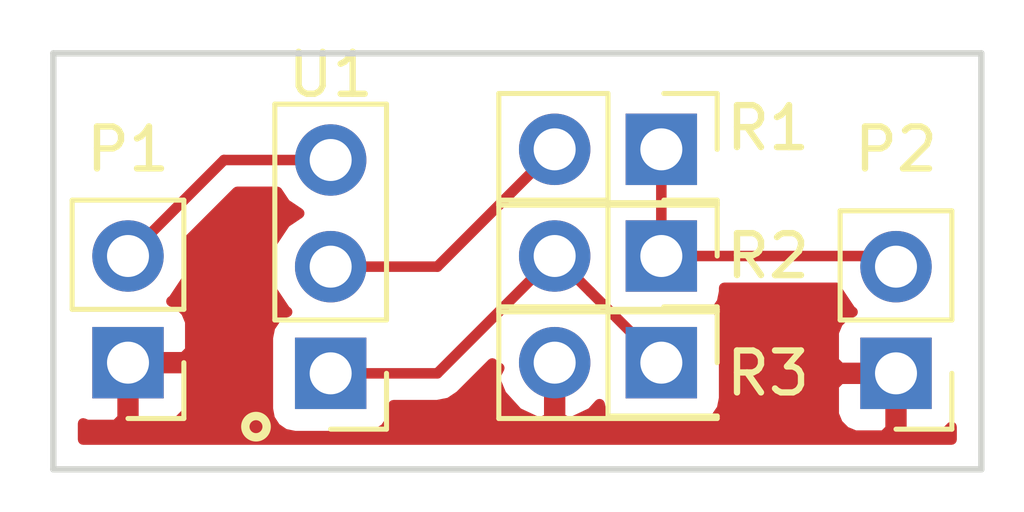
<source format=kicad_pcb>
(kicad_pcb (version 4) (host pcbnew 4.0.5)

  (general
    (links 8)
    (no_connects 8)
    (area 0 0 0 0)
    (thickness 1.6)
    (drawings 5)
    (tracks 11)
    (zones 0)
    (modules 6)
    (nets 6)
  )

  (page A4)
  (layers
    (0 F.Cu signal)
    (31 B.Cu signal)
    (32 B.Adhes user)
    (33 F.Adhes user)
    (34 B.Paste user)
    (35 F.Paste user)
    (36 B.SilkS user)
    (37 F.SilkS user)
    (38 B.Mask user)
    (39 F.Mask user)
    (40 Dwgs.User user)
    (41 Cmts.User user)
    (42 Eco1.User user)
    (43 Eco2.User user)
    (44 Edge.Cuts user)
    (45 Margin user)
    (46 B.CrtYd user)
    (47 F.CrtYd user)
    (48 B.Fab user)
    (49 F.Fab user hide)
  )

  (setup
    (last_trace_width 0.25)
    (trace_clearance 0.2)
    (zone_clearance 0.508)
    (zone_45_only no)
    (trace_min 0.2)
    (segment_width 0.2)
    (edge_width 0.15)
    (via_size 0.6)
    (via_drill 0.4)
    (via_min_size 0.4)
    (via_min_drill 0.3)
    (uvia_size 0.3)
    (uvia_drill 0.1)
    (uvias_allowed no)
    (uvia_min_size 0.2)
    (uvia_min_drill 0.1)
    (pcb_text_width 0.3)
    (pcb_text_size 1.5 1.5)
    (mod_edge_width 0.15)
    (mod_text_size 1 1)
    (mod_text_width 0.15)
    (pad_size 1.524 1.524)
    (pad_drill 0.762)
    (pad_to_mask_clearance 0.2)
    (aux_axis_origin 0 0)
    (visible_elements 7FFFFFFF)
    (pcbplotparams
      (layerselection 0x00030_80000001)
      (usegerberextensions false)
      (excludeedgelayer true)
      (linewidth 0.100000)
      (plotframeref false)
      (viasonmask false)
      (mode 1)
      (useauxorigin false)
      (hpglpennumber 1)
      (hpglpenspeed 20)
      (hpglpendiameter 15)
      (hpglpenoverlay 2)
      (psnegative false)
      (psa4output false)
      (plotreference true)
      (plotvalue true)
      (plotinvisibletext false)
      (padsonsilk false)
      (subtractmaskfromsilk false)
      (outputformat 1)
      (mirror false)
      (drillshape 1)
      (scaleselection 1)
      (outputdirectory ""))
  )

  (net 0 "")
  (net 1 GND)
  (net 2 VIN)
  (net 3 VOUT)
  (net 4 "Net-(R1-Pad2)")
  (net 5 "Net-(R2-Pad2)")

  (net_class Default "This is the default net class."
    (clearance 0.2)
    (trace_width 0.25)
    (via_dia 0.6)
    (via_drill 0.4)
    (uvia_dia 0.3)
    (uvia_drill 0.1)
    (add_net GND)
    (add_net "Net-(R1-Pad2)")
    (add_net "Net-(R2-Pad2)")
    (add_net VIN)
    (add_net VOUT)
  )

  (module Pin_Headers:Pin_Header_Straight_1x02_Pitch2.54mm (layer F.Cu) (tedit 5A3C1ECA) (tstamp 5A3C162A)
    (at 152.654 123.444 180)
    (descr "Through hole straight pin header, 1x02, 2.54mm pitch, single row")
    (tags "Through hole pin header THT 1x02 2.54mm single row")
    (path /5A3C1633)
    (fp_text reference P1 (at 0 5.08 180) (layer F.SilkS)
      (effects (font (size 1 1) (thickness 0.15)))
    )
    (fp_text value CONN_01X02 (at 0 4.87 180) (layer F.Fab)
      (effects (font (size 1 1) (thickness 0.15)))
    )
    (fp_line (start -0.635 -1.27) (end 1.27 -1.27) (layer F.Fab) (width 0.1))
    (fp_line (start 1.27 -1.27) (end 1.27 3.81) (layer F.Fab) (width 0.1))
    (fp_line (start 1.27 3.81) (end -1.27 3.81) (layer F.Fab) (width 0.1))
    (fp_line (start -1.27 3.81) (end -1.27 -0.635) (layer F.Fab) (width 0.1))
    (fp_line (start -1.27 -0.635) (end -0.635 -1.27) (layer F.Fab) (width 0.1))
    (fp_line (start -1.33 3.87) (end 1.33 3.87) (layer F.SilkS) (width 0.12))
    (fp_line (start -1.33 1.27) (end -1.33 3.87) (layer F.SilkS) (width 0.12))
    (fp_line (start 1.33 1.27) (end 1.33 3.87) (layer F.SilkS) (width 0.12))
    (fp_line (start -1.33 1.27) (end 1.33 1.27) (layer F.SilkS) (width 0.12))
    (fp_line (start -1.33 0) (end -1.33 -1.33) (layer F.SilkS) (width 0.12))
    (fp_line (start -1.33 -1.33) (end 0 -1.33) (layer F.SilkS) (width 0.12))
    (fp_line (start -1.8 -1.8) (end -1.8 4.35) (layer F.CrtYd) (width 0.05))
    (fp_line (start -1.8 4.35) (end 1.8 4.35) (layer F.CrtYd) (width 0.05))
    (fp_line (start 1.8 4.35) (end 1.8 -1.8) (layer F.CrtYd) (width 0.05))
    (fp_line (start 1.8 -1.8) (end -1.8 -1.8) (layer F.CrtYd) (width 0.05))
    (fp_text user %R (at 0 1.27 270) (layer F.Fab)
      (effects (font (size 1 1) (thickness 0.15)))
    )
    (pad 1 thru_hole rect (at 0 0 180) (size 1.7 1.7) (drill 1) (layers *.Cu *.Mask)
      (net 1 GND))
    (pad 2 thru_hole oval (at 0 2.54 180) (size 1.7 1.7) (drill 1) (layers *.Cu *.Mask)
      (net 2 VIN))
    (model ${KISYS3DMOD}/Pin_Headers.3dshapes/Pin_Header_Straight_1x02_Pitch2.54mm.wrl
      (at (xyz 0 0 0))
      (scale (xyz 1 1 1))
      (rotate (xyz 0 0 0))
    )
  )

  (module Pin_Headers:Pin_Header_Straight_1x02_Pitch2.54mm (layer F.Cu) (tedit 5A3C1ED7) (tstamp 5A3C1630)
    (at 170.942 123.698 180)
    (descr "Through hole straight pin header, 1x02, 2.54mm pitch, single row")
    (tags "Through hole pin header THT 1x02 2.54mm single row")
    (path /5A3C15AC)
    (fp_text reference P2 (at 0 5.334 180) (layer F.SilkS)
      (effects (font (size 1 1) (thickness 0.15)))
    )
    (fp_text value CONN_01X02 (at 0 4.87 180) (layer F.Fab)
      (effects (font (size 1 1) (thickness 0.15)))
    )
    (fp_line (start -0.635 -1.27) (end 1.27 -1.27) (layer F.Fab) (width 0.1))
    (fp_line (start 1.27 -1.27) (end 1.27 3.81) (layer F.Fab) (width 0.1))
    (fp_line (start 1.27 3.81) (end -1.27 3.81) (layer F.Fab) (width 0.1))
    (fp_line (start -1.27 3.81) (end -1.27 -0.635) (layer F.Fab) (width 0.1))
    (fp_line (start -1.27 -0.635) (end -0.635 -1.27) (layer F.Fab) (width 0.1))
    (fp_line (start -1.33 3.87) (end 1.33 3.87) (layer F.SilkS) (width 0.12))
    (fp_line (start -1.33 1.27) (end -1.33 3.87) (layer F.SilkS) (width 0.12))
    (fp_line (start 1.33 1.27) (end 1.33 3.87) (layer F.SilkS) (width 0.12))
    (fp_line (start -1.33 1.27) (end 1.33 1.27) (layer F.SilkS) (width 0.12))
    (fp_line (start -1.33 0) (end -1.33 -1.33) (layer F.SilkS) (width 0.12))
    (fp_line (start -1.33 -1.33) (end 0 -1.33) (layer F.SilkS) (width 0.12))
    (fp_line (start -1.8 -1.8) (end -1.8 4.35) (layer F.CrtYd) (width 0.05))
    (fp_line (start -1.8 4.35) (end 1.8 4.35) (layer F.CrtYd) (width 0.05))
    (fp_line (start 1.8 4.35) (end 1.8 -1.8) (layer F.CrtYd) (width 0.05))
    (fp_line (start 1.8 -1.8) (end -1.8 -1.8) (layer F.CrtYd) (width 0.05))
    (fp_text user %R (at 0 1.27 270) (layer F.Fab)
      (effects (font (size 1 1) (thickness 0.15)))
    )
    (pad 1 thru_hole rect (at 0 0 180) (size 1.7 1.7) (drill 1) (layers *.Cu *.Mask)
      (net 1 GND))
    (pad 2 thru_hole oval (at 0 2.54 180) (size 1.7 1.7) (drill 1) (layers *.Cu *.Mask)
      (net 3 VOUT))
    (model ${KISYS3DMOD}/Pin_Headers.3dshapes/Pin_Header_Straight_1x02_Pitch2.54mm.wrl
      (at (xyz 0 0 0))
      (scale (xyz 1 1 1))
      (rotate (xyz 0 0 0))
    )
  )

  (module Socket_Strips:Socket_Strip_Straight_2x01_Pitch2.54mm (layer F.Cu) (tedit 5A3C1E5B) (tstamp 5A3C1636)
    (at 165.354 118.364)
    (descr "Through hole straight socket strip, 2x01, 2.54mm pitch, double rows")
    (tags "Through hole socket strip THT 2x01 2.54mm double row")
    (path /5A3C13AC)
    (fp_text reference R1 (at 2.54 -0.508) (layer F.SilkS)
      (effects (font (size 1 1) (thickness 0.15)))
    )
    (fp_text value R (at -1.27 2.33) (layer F.Fab)
      (effects (font (size 1 1) (thickness 0.15)))
    )
    (fp_line (start -3.81 -1.27) (end -3.81 1.27) (layer F.Fab) (width 0.1))
    (fp_line (start -3.81 1.27) (end 1.27 1.27) (layer F.Fab) (width 0.1))
    (fp_line (start 1.27 1.27) (end 1.27 -1.27) (layer F.Fab) (width 0.1))
    (fp_line (start 1.27 -1.27) (end -3.81 -1.27) (layer F.Fab) (width 0.1))
    (fp_line (start 1.33 1.27) (end 1.33 1.33) (layer F.SilkS) (width 0.12))
    (fp_line (start 1.33 1.33) (end -3.87 1.33) (layer F.SilkS) (width 0.12))
    (fp_line (start -3.87 1.33) (end -3.87 -1.33) (layer F.SilkS) (width 0.12))
    (fp_line (start -3.87 -1.33) (end -1.27 -1.33) (layer F.SilkS) (width 0.12))
    (fp_line (start -1.27 -1.33) (end -1.27 1.27) (layer F.SilkS) (width 0.12))
    (fp_line (start -1.27 1.27) (end 1.33 1.27) (layer F.SilkS) (width 0.12))
    (fp_line (start 1.33 0) (end 1.33 -1.33) (layer F.SilkS) (width 0.12))
    (fp_line (start 1.33 -1.33) (end 0.06 -1.33) (layer F.SilkS) (width 0.12))
    (fp_line (start -4.35 -1.8) (end -4.35 1.8) (layer F.CrtYd) (width 0.05))
    (fp_line (start -4.35 1.8) (end 1.8 1.8) (layer F.CrtYd) (width 0.05))
    (fp_line (start 1.8 1.8) (end 1.8 -1.8) (layer F.CrtYd) (width 0.05))
    (fp_line (start 1.8 -1.8) (end -4.35 -1.8) (layer F.CrtYd) (width 0.05))
    (fp_text user %R (at -1.27 -2.33) (layer F.Fab)
      (effects (font (size 1 1) (thickness 0.15)))
    )
    (pad 1 thru_hole rect (at 0 0) (size 1.7 1.7) (drill 1) (layers *.Cu *.Mask)
      (net 3 VOUT))
    (pad 2 thru_hole oval (at -2.54 0) (size 1.7 1.7) (drill 1) (layers *.Cu *.Mask)
      (net 4 "Net-(R1-Pad2)"))
    (model ${KISYS3DMOD}/Socket_Strips.3dshapes/Socket_Strip_Straight_2x01_Pitch2.54mm.wrl
      (at (xyz -0.05 0 0))
      (scale (xyz 1 1 1))
      (rotate (xyz 0 0 270))
    )
  )

  (module Socket_Strips:Socket_Strip_Straight_2x01_Pitch2.54mm (layer F.Cu) (tedit 5A3C1E64) (tstamp 5A3C163C)
    (at 165.354 120.904)
    (descr "Through hole straight socket strip, 2x01, 2.54mm pitch, double rows")
    (tags "Through hole socket strip THT 2x01 2.54mm double row")
    (path /5A3C143C)
    (fp_text reference R2 (at 2.54 0) (layer F.SilkS)
      (effects (font (size 1 1) (thickness 0.15)))
    )
    (fp_text value R (at -1.27 2.33) (layer F.Fab)
      (effects (font (size 1 1) (thickness 0.15)))
    )
    (fp_line (start -3.81 -1.27) (end -3.81 1.27) (layer F.Fab) (width 0.1))
    (fp_line (start -3.81 1.27) (end 1.27 1.27) (layer F.Fab) (width 0.1))
    (fp_line (start 1.27 1.27) (end 1.27 -1.27) (layer F.Fab) (width 0.1))
    (fp_line (start 1.27 -1.27) (end -3.81 -1.27) (layer F.Fab) (width 0.1))
    (fp_line (start 1.33 1.27) (end 1.33 1.33) (layer F.SilkS) (width 0.12))
    (fp_line (start 1.33 1.33) (end -3.87 1.33) (layer F.SilkS) (width 0.12))
    (fp_line (start -3.87 1.33) (end -3.87 -1.33) (layer F.SilkS) (width 0.12))
    (fp_line (start -3.87 -1.33) (end -1.27 -1.33) (layer F.SilkS) (width 0.12))
    (fp_line (start -1.27 -1.33) (end -1.27 1.27) (layer F.SilkS) (width 0.12))
    (fp_line (start -1.27 1.27) (end 1.33 1.27) (layer F.SilkS) (width 0.12))
    (fp_line (start 1.33 0) (end 1.33 -1.33) (layer F.SilkS) (width 0.12))
    (fp_line (start 1.33 -1.33) (end 0.06 -1.33) (layer F.SilkS) (width 0.12))
    (fp_line (start -4.35 -1.8) (end -4.35 1.8) (layer F.CrtYd) (width 0.05))
    (fp_line (start -4.35 1.8) (end 1.8 1.8) (layer F.CrtYd) (width 0.05))
    (fp_line (start 1.8 1.8) (end 1.8 -1.8) (layer F.CrtYd) (width 0.05))
    (fp_line (start 1.8 -1.8) (end -4.35 -1.8) (layer F.CrtYd) (width 0.05))
    (fp_text user %R (at -1.27 -2.33) (layer F.Fab)
      (effects (font (size 1 1) (thickness 0.15)))
    )
    (pad 1 thru_hole rect (at 0 0) (size 1.7 1.7) (drill 1) (layers *.Cu *.Mask)
      (net 3 VOUT))
    (pad 2 thru_hole oval (at -2.54 0) (size 1.7 1.7) (drill 1) (layers *.Cu *.Mask)
      (net 5 "Net-(R2-Pad2)"))
    (model ${KISYS3DMOD}/Socket_Strips.3dshapes/Socket_Strip_Straight_2x01_Pitch2.54mm.wrl
      (at (xyz -0.05 0 0))
      (scale (xyz 1 1 1))
      (rotate (xyz 0 0 270))
    )
  )

  (module Socket_Strips:Socket_Strip_Straight_2x01_Pitch2.54mm (layer F.Cu) (tedit 5A3C1E70) (tstamp 5A3C1642)
    (at 165.354 123.444)
    (descr "Through hole straight socket strip, 2x01, 2.54mm pitch, double rows")
    (tags "Through hole socket strip THT 2x01 2.54mm double row")
    (path /5A3C140B)
    (fp_text reference R3 (at 2.54 0.254) (layer F.SilkS)
      (effects (font (size 1 1) (thickness 0.15)))
    )
    (fp_text value R (at -1.27 2.33) (layer F.Fab)
      (effects (font (size 1 1) (thickness 0.15)))
    )
    (fp_line (start -3.81 -1.27) (end -3.81 1.27) (layer F.Fab) (width 0.1))
    (fp_line (start -3.81 1.27) (end 1.27 1.27) (layer F.Fab) (width 0.1))
    (fp_line (start 1.27 1.27) (end 1.27 -1.27) (layer F.Fab) (width 0.1))
    (fp_line (start 1.27 -1.27) (end -3.81 -1.27) (layer F.Fab) (width 0.1))
    (fp_line (start 1.33 1.27) (end 1.33 1.33) (layer F.SilkS) (width 0.12))
    (fp_line (start 1.33 1.33) (end -3.87 1.33) (layer F.SilkS) (width 0.12))
    (fp_line (start -3.87 1.33) (end -3.87 -1.33) (layer F.SilkS) (width 0.12))
    (fp_line (start -3.87 -1.33) (end -1.27 -1.33) (layer F.SilkS) (width 0.12))
    (fp_line (start -1.27 -1.33) (end -1.27 1.27) (layer F.SilkS) (width 0.12))
    (fp_line (start -1.27 1.27) (end 1.33 1.27) (layer F.SilkS) (width 0.12))
    (fp_line (start 1.33 0) (end 1.33 -1.33) (layer F.SilkS) (width 0.12))
    (fp_line (start 1.33 -1.33) (end 0.06 -1.33) (layer F.SilkS) (width 0.12))
    (fp_line (start -4.35 -1.8) (end -4.35 1.8) (layer F.CrtYd) (width 0.05))
    (fp_line (start -4.35 1.8) (end 1.8 1.8) (layer F.CrtYd) (width 0.05))
    (fp_line (start 1.8 1.8) (end 1.8 -1.8) (layer F.CrtYd) (width 0.05))
    (fp_line (start 1.8 -1.8) (end -4.35 -1.8) (layer F.CrtYd) (width 0.05))
    (fp_text user %R (at -1.27 -2.33) (layer F.Fab)
      (effects (font (size 1 1) (thickness 0.15)))
    )
    (pad 1 thru_hole rect (at 0 0) (size 1.7 1.7) (drill 1) (layers *.Cu *.Mask)
      (net 5 "Net-(R2-Pad2)"))
    (pad 2 thru_hole oval (at -2.54 0) (size 1.7 1.7) (drill 1) (layers *.Cu *.Mask)
      (net 1 GND))
    (model ${KISYS3DMOD}/Socket_Strips.3dshapes/Socket_Strip_Straight_2x01_Pitch2.54mm.wrl
      (at (xyz -0.05 0 0))
      (scale (xyz 1 1 1))
      (rotate (xyz 0 0 270))
    )
  )

  (module Socket_Strips:Socket_Strip_Straight_1x03_Pitch2.54mm (layer F.Cu) (tedit 5A3C1EF3) (tstamp 5A3C1649)
    (at 157.48 123.698 180)
    (descr "Through hole straight socket strip, 1x03, 2.54mm pitch, single row")
    (tags "Through hole socket strip THT 1x03 2.54mm single row")
    (path /5A3C1F34)
    (fp_text reference U1 (at 0 7.112 180) (layer F.SilkS)
      (effects (font (size 1 1) (thickness 0.15)))
    )
    (fp_text value LM317 (at 0 7.41 180) (layer F.Fab)
      (effects (font (size 1 1) (thickness 0.15)))
    )
    (fp_line (start -1.27 -1.27) (end -1.27 6.35) (layer F.Fab) (width 0.1))
    (fp_line (start -1.27 6.35) (end 1.27 6.35) (layer F.Fab) (width 0.1))
    (fp_line (start 1.27 6.35) (end 1.27 -1.27) (layer F.Fab) (width 0.1))
    (fp_line (start 1.27 -1.27) (end -1.27 -1.27) (layer F.Fab) (width 0.1))
    (fp_line (start -1.33 1.27) (end -1.33 6.41) (layer F.SilkS) (width 0.12))
    (fp_line (start -1.33 6.41) (end 1.33 6.41) (layer F.SilkS) (width 0.12))
    (fp_line (start 1.33 6.41) (end 1.33 1.27) (layer F.SilkS) (width 0.12))
    (fp_line (start 1.33 1.27) (end -1.33 1.27) (layer F.SilkS) (width 0.12))
    (fp_line (start -1.33 0) (end -1.33 -1.33) (layer F.SilkS) (width 0.12))
    (fp_line (start -1.33 -1.33) (end 0 -1.33) (layer F.SilkS) (width 0.12))
    (fp_line (start -1.8 -1.8) (end -1.8 6.85) (layer F.CrtYd) (width 0.05))
    (fp_line (start -1.8 6.85) (end 1.8 6.85) (layer F.CrtYd) (width 0.05))
    (fp_line (start 1.8 6.85) (end 1.8 -1.8) (layer F.CrtYd) (width 0.05))
    (fp_line (start 1.8 -1.8) (end -1.8 -1.8) (layer F.CrtYd) (width 0.05))
    (fp_text user %R (at 0 -2.33 180) (layer F.Fab)
      (effects (font (size 1 1) (thickness 0.15)))
    )
    (pad 1 thru_hole rect (at 0 0 180) (size 1.7 1.7) (drill 1) (layers *.Cu *.Mask)
      (net 5 "Net-(R2-Pad2)"))
    (pad 2 thru_hole oval (at 0 2.54 180) (size 1.7 1.7) (drill 1) (layers *.Cu *.Mask)
      (net 4 "Net-(R1-Pad2)"))
    (pad 3 thru_hole oval (at 0 5.08 180) (size 1.7 1.7) (drill 1) (layers *.Cu *.Mask)
      (net 2 VIN))
    (model ${KISYS3DMOD}/Socket_Strips.3dshapes/Socket_Strip_Straight_1x03_Pitch2.54mm.wrl
      (at (xyz 0 -0.1 0))
      (scale (xyz 1 1 1))
      (rotate (xyz 0 0 270))
    )
  )

  (gr_circle (center 155.702 124.968) (end 155.956 124.968) (layer F.SilkS) (width 0.2))
  (gr_line (start 172.974 125.984) (end 150.876 125.984) (angle 90) (layer Edge.Cuts) (width 0.15))
  (gr_line (start 150.876 116.078) (end 150.876 125.984) (angle 90) (layer Edge.Cuts) (width 0.15))
  (gr_line (start 172.974 116.078) (end 150.876 116.078) (angle 90) (layer Edge.Cuts) (width 0.15))
  (gr_line (start 172.974 125.984) (end 172.974 116.078) (angle 90) (layer Edge.Cuts) (width 0.15))

  (segment (start 152.654 120.904) (end 154.94 118.618) (width 0.25) (layer F.Cu) (net 2))
  (segment (start 154.94 118.618) (end 157.48 118.618) (width 0.25) (layer F.Cu) (net 2))
  (segment (start 165.354 120.904) (end 170.688 120.904) (width 0.25) (layer F.Cu) (net 3))
  (segment (start 170.688 120.904) (end 170.942 121.158) (width 0.25) (layer F.Cu) (net 3))
  (segment (start 165.354 118.364) (end 165.354 120.904) (width 0.25) (layer F.Cu) (net 3))
  (segment (start 157.48 121.158) (end 160.02 121.158) (width 0.25) (layer F.Cu) (net 4))
  (segment (start 160.02 121.158) (end 162.814 118.364) (width 0.25) (layer F.Cu) (net 4))
  (segment (start 162.814 120.904) (end 163.663999 121.753999) (width 0.25) (layer F.Cu) (net 5))
  (segment (start 163.663999 121.753999) (end 165.354 123.444) (width 0.25) (layer F.Cu) (net 5))
  (segment (start 157.48 123.698) (end 160.02 123.698) (width 0.25) (layer F.Cu) (net 5))
  (segment (start 160.02 123.698) (end 162.814 120.904) (width 0.25) (layer F.Cu) (net 5))

  (zone (net 1) (net_name GND) (layer F.Cu) (tstamp 0) (hatch edge 0.508)
    (connect_pads (clearance 0.508))
    (min_thickness 0.254)
    (fill yes (arc_segments 16) (thermal_gap 0.508) (thermal_bridge_width 0.508))
    (polygon
      (pts
        (xy 149.606 114.808) (xy 149.86 127) (xy 173.99 126.746) (xy 173.99 114.808)
      )
    )
    (filled_polygon
      (pts
        (xy 156.400853 119.668054) (xy 156.730026 119.888) (xy 156.400853 120.107946) (xy 156.078946 120.589715) (xy 155.965907 121.158)
        (xy 156.078946 121.726285) (xy 156.400853 122.208054) (xy 156.442452 122.23585) (xy 156.394683 122.244838) (xy 156.178559 122.38391)
        (xy 156.033569 122.59611) (xy 155.98256 122.848) (xy 155.98256 124.548) (xy 156.026838 124.783317) (xy 156.16591 124.999441)
        (xy 156.37811 125.144431) (xy 156.63 125.19544) (xy 158.33 125.19544) (xy 158.565317 125.151162) (xy 158.781441 125.01209)
        (xy 158.926431 124.79989) (xy 158.97744 124.548) (xy 158.97744 124.458) (xy 160.02 124.458) (xy 160.310839 124.400148)
        (xy 160.557401 124.235401) (xy 161.329 123.463802) (xy 161.329 123.571002) (xy 161.493844 123.571002) (xy 161.372524 123.80089)
        (xy 161.542355 124.210924) (xy 161.932642 124.639183) (xy 162.457108 124.885486) (xy 162.687 124.764819) (xy 162.687 123.571)
        (xy 162.667 123.571) (xy 162.667 123.317) (xy 162.687 123.317) (xy 162.687 123.297) (xy 162.941 123.297)
        (xy 162.941 123.317) (xy 162.961 123.317) (xy 162.961 123.571) (xy 162.941 123.571) (xy 162.941 124.764819)
        (xy 163.170892 124.885486) (xy 163.695358 124.639183) (xy 163.882808 124.433496) (xy 163.900838 124.529317) (xy 164.03991 124.745441)
        (xy 164.25211 124.890431) (xy 164.504 124.94144) (xy 166.204 124.94144) (xy 166.439317 124.897162) (xy 166.655441 124.75809)
        (xy 166.800431 124.54589) (xy 166.85144 124.294) (xy 166.85144 123.98375) (xy 169.457 123.98375) (xy 169.457 124.67431)
        (xy 169.553673 124.907699) (xy 169.732302 125.086327) (xy 169.965691 125.183) (xy 170.65625 125.183) (xy 170.815 125.02425)
        (xy 170.815 123.825) (xy 169.61575 123.825) (xy 169.457 123.98375) (xy 166.85144 123.98375) (xy 166.85144 122.594)
        (xy 166.807162 122.358683) (xy 166.686985 122.171923) (xy 166.800431 122.00589) (xy 166.85144 121.754) (xy 166.85144 121.664)
        (xy 169.528557 121.664) (xy 169.540946 121.726285) (xy 169.862853 122.208054) (xy 169.906777 122.237403) (xy 169.732302 122.309673)
        (xy 169.553673 122.488301) (xy 169.457 122.72169) (xy 169.457 123.41225) (xy 169.61575 123.571) (xy 170.815 123.571)
        (xy 170.815 123.551) (xy 171.069 123.551) (xy 171.069 123.571) (xy 171.089 123.571) (xy 171.089 123.825)
        (xy 171.069 123.825) (xy 171.069 125.02425) (xy 171.22775 125.183) (xy 171.918309 125.183) (xy 172.151698 125.086327)
        (xy 172.264 124.974026) (xy 172.264 125.274) (xy 151.586 125.274) (xy 151.586 124.89102) (xy 151.677691 124.929)
        (xy 152.36825 124.929) (xy 152.527 124.77025) (xy 152.527 123.571) (xy 152.781 123.571) (xy 152.781 124.77025)
        (xy 152.93975 124.929) (xy 153.630309 124.929) (xy 153.863698 124.832327) (xy 154.042327 124.653699) (xy 154.139 124.42031)
        (xy 154.139 123.72975) (xy 153.98025 123.571) (xy 152.781 123.571) (xy 152.527 123.571) (xy 152.507 123.571)
        (xy 152.507 123.317) (xy 152.527 123.317) (xy 152.527 123.297) (xy 152.781 123.297) (xy 152.781 123.317)
        (xy 153.98025 123.317) (xy 154.139 123.15825) (xy 154.139 122.46769) (xy 154.042327 122.234301) (xy 153.863698 122.055673)
        (xy 153.689223 121.983403) (xy 153.733147 121.954054) (xy 154.055054 121.472285) (xy 154.168093 120.904) (xy 154.09521 120.537592)
        (xy 155.254802 119.378) (xy 156.207046 119.378)
      )
    )
  )
)

</source>
